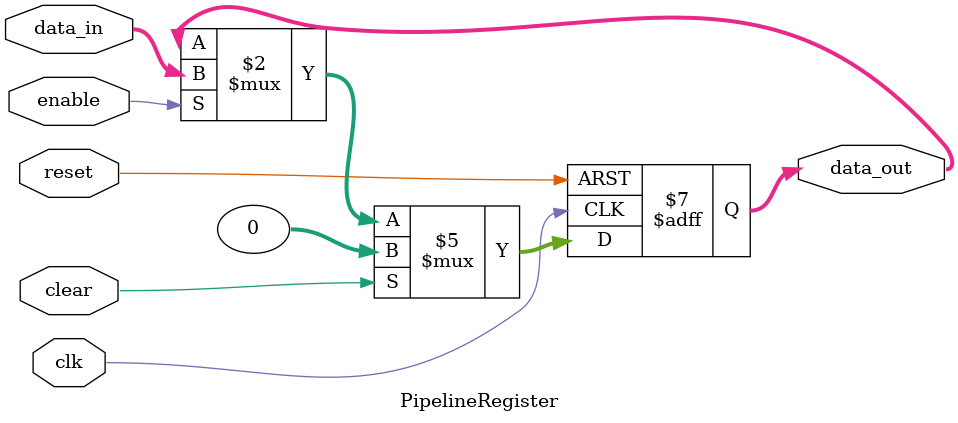
<source format=v>
module PipelineRegister #(parameter WIDTH = 32)(
    input clk,
    input reset,
    input clear,
    input enable,
    input [WIDTH-1:0] data_in,
    output reg [WIDTH-1:0] data_out
);

    always @(posedge clk or posedge reset) begin
        if (reset) begin
            data_out <= {WIDTH{1'b0}};
        end else if (clear) begin
            data_out <= {WIDTH{1'b0}};
        end else if (enable) begin
            data_out <= data_in;
        end
    end

endmodule

</source>
